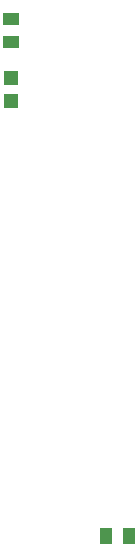
<source format=gtp>
G04*
G04 #@! TF.GenerationSoftware,Altium Limited,Altium Designer,18.1.6 (161)*
G04*
G04 Layer_Color=8421504*
%FSTAX24Y24*%
%MOIN*%
G70*
G01*
G75*
%ADD14R,0.0413X0.0531*%
%ADD15R,0.0531X0.0413*%
%ADD16R,0.0512X0.0472*%
D14*
X038691Y021949D02*
D03*
X039459D02*
D03*
D15*
X035531Y038411D02*
D03*
Y039179D02*
D03*
D16*
Y036427D02*
D03*
Y037195D02*
D03*
M02*

</source>
